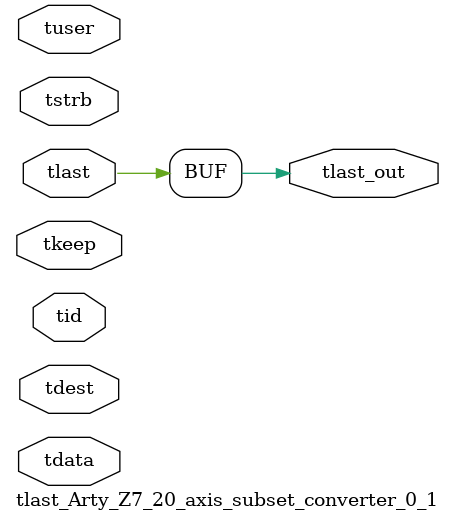
<source format=v>


`timescale 1ps/1ps

module tlast_Arty_Z7_20_axis_subset_converter_0_1 #
(
parameter C_S_AXIS_TID_WIDTH   = 1,
parameter C_S_AXIS_TUSER_WIDTH = 0,
parameter C_S_AXIS_TDATA_WIDTH = 0,
parameter C_S_AXIS_TDEST_WIDTH = 0
)
(
input  [(C_S_AXIS_TID_WIDTH   == 0 ? 1 : C_S_AXIS_TID_WIDTH)-1:0       ] tid,
input  [(C_S_AXIS_TDATA_WIDTH == 0 ? 1 : C_S_AXIS_TDATA_WIDTH)-1:0     ] tdata,
input  [(C_S_AXIS_TUSER_WIDTH == 0 ? 1 : C_S_AXIS_TUSER_WIDTH)-1:0     ] tuser,
input  [(C_S_AXIS_TDEST_WIDTH == 0 ? 1 : C_S_AXIS_TDEST_WIDTH)-1:0     ] tdest,
input  [(C_S_AXIS_TDATA_WIDTH/8)-1:0 ] tkeep,
input  [(C_S_AXIS_TDATA_WIDTH/8)-1:0 ] tstrb,
input  [0:0]                                                             tlast,
output                                                                   tlast_out
);

assign tlast_out = {tlast[0]};

endmodule


</source>
